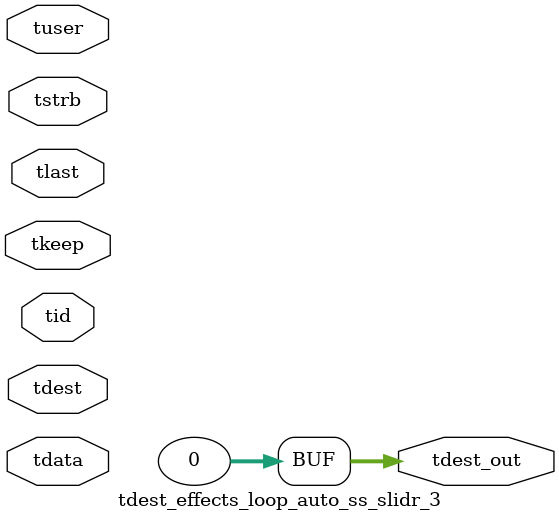
<source format=v>


`timescale 1ps/1ps

module tdest_effects_loop_auto_ss_slidr_3 #
(
parameter C_S_AXIS_TDATA_WIDTH = 32,
parameter C_S_AXIS_TUSER_WIDTH = 0,
parameter C_S_AXIS_TID_WIDTH   = 0,
parameter C_S_AXIS_TDEST_WIDTH = 0,
parameter C_M_AXIS_TDEST_WIDTH = 32
)
(
input  [(C_S_AXIS_TDATA_WIDTH == 0 ? 1 : C_S_AXIS_TDATA_WIDTH)-1:0     ] tdata,
input  [(C_S_AXIS_TUSER_WIDTH == 0 ? 1 : C_S_AXIS_TUSER_WIDTH)-1:0     ] tuser,
input  [(C_S_AXIS_TID_WIDTH   == 0 ? 1 : C_S_AXIS_TID_WIDTH)-1:0       ] tid,
input  [(C_S_AXIS_TDEST_WIDTH == 0 ? 1 : C_S_AXIS_TDEST_WIDTH)-1:0     ] tdest,
input  [(C_S_AXIS_TDATA_WIDTH/8)-1:0 ] tkeep,
input  [(C_S_AXIS_TDATA_WIDTH/8)-1:0 ] tstrb,
input                                                                    tlast,
output [C_M_AXIS_TDEST_WIDTH-1:0] tdest_out
);

assign tdest_out = {1'b0};

endmodule


</source>
